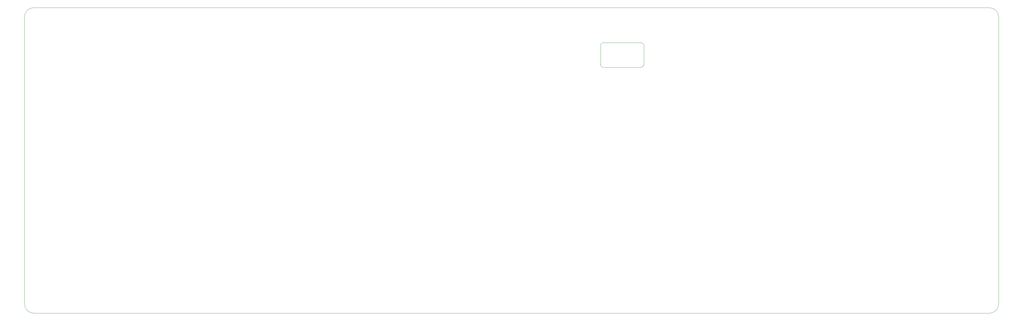
<source format=gbr>
G04 #@! TF.GenerationSoftware,KiCad,Pcbnew,7.0.9*
G04 #@! TF.CreationDate,2024-04-05T23:36:11+09:00*
G04 #@! TF.ProjectId,bottom_plate,626f7474-6f6d-45f7-906c-6174652e6b69,rev?*
G04 #@! TF.SameCoordinates,Original*
G04 #@! TF.FileFunction,Profile,NP*
%FSLAX46Y46*%
G04 Gerber Fmt 4.6, Leading zero omitted, Abs format (unit mm)*
G04 Created by KiCad (PCBNEW 7.0.9) date 2024-04-05 23:36:11*
%MOMM*%
%LPD*%
G01*
G04 APERTURE LIST*
G04 #@! TA.AperFunction,Profile*
%ADD10C,0.100000*%
G04 #@! TD*
G04 APERTURE END LIST*
D10*
X328625000Y-20250000D02*
G75*
G03*
X325625000Y-17250000I-3000000J0D01*
G01*
X17275000Y-17250000D02*
G75*
G03*
X14275000Y-20250000I0J-3000000D01*
G01*
X14275000Y-113050000D02*
G75*
G03*
X17275000Y-116050000I3000000J0D01*
G01*
X214142731Y-29566869D02*
G75*
G03*
X213142780Y-28566869I-1000031J-31D01*
G01*
X200142731Y-35566869D02*
G75*
G03*
X201142780Y-36566869I999969J-31D01*
G01*
X17275000Y-116050000D02*
X325625000Y-116050000D01*
X213142780Y-36566780D02*
G75*
G03*
X214142780Y-35566869I20J999980D01*
G01*
X328625000Y-113050000D02*
X328625000Y-20250000D01*
X213142780Y-36566869D02*
X201142780Y-36566869D01*
X200142780Y-35566869D02*
X200142780Y-29566869D01*
X325625000Y-116050000D02*
G75*
G03*
X328625000Y-113050000I0J3000000D01*
G01*
X201142780Y-28566869D02*
X213142780Y-28566869D01*
X201142780Y-28566780D02*
G75*
G03*
X200142780Y-29566869I20J-1000020D01*
G01*
X14275000Y-20250000D02*
X14275000Y-113050000D01*
X214142780Y-29566869D02*
X214142780Y-35566869D01*
X325625000Y-17250000D02*
X17275000Y-17250000D01*
M02*

</source>
